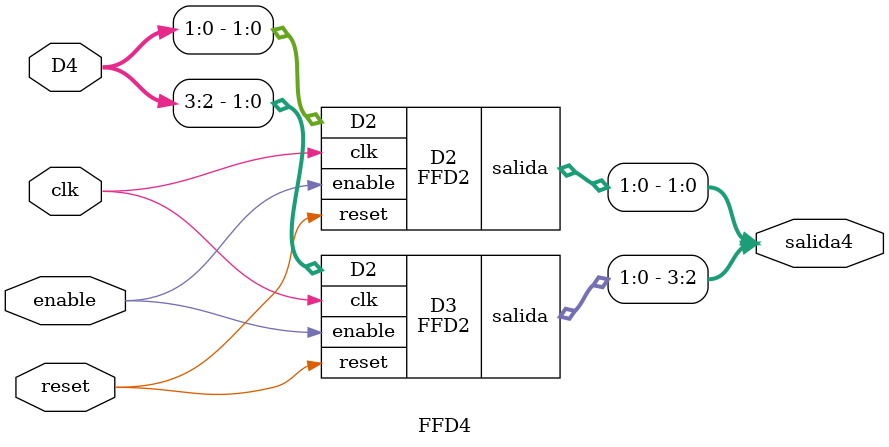
<source format=v>

module FFD1 (input clk, reset, D, enable, output reg salida);
always @(posedge clk, posedge reset )
begin
    if (reset)
    salida <= 'b0;
    else if (enable && clk)
    salida <= D;
end
endmodule 

module FFD2(input clk, reset, input [1:0]D2, input enable, output wire [1:0] salida);
FFD1 D0(clk, reset, D2[0], enable, salida[0]);
FFD1 D1(clk, reset, D2[1], enable, salida[1]);
endmodule

module FFD4(input clk, reset, input[3:0]D4, input enable, output wire [3:0]salida4);
FFD2 D2(clk, reset, D4[1:0], enable, salida4[1:0]);
FFD2 D3(clk, reset, D4[3:2], enable, salida4[3:2]);
endmodule
</source>
